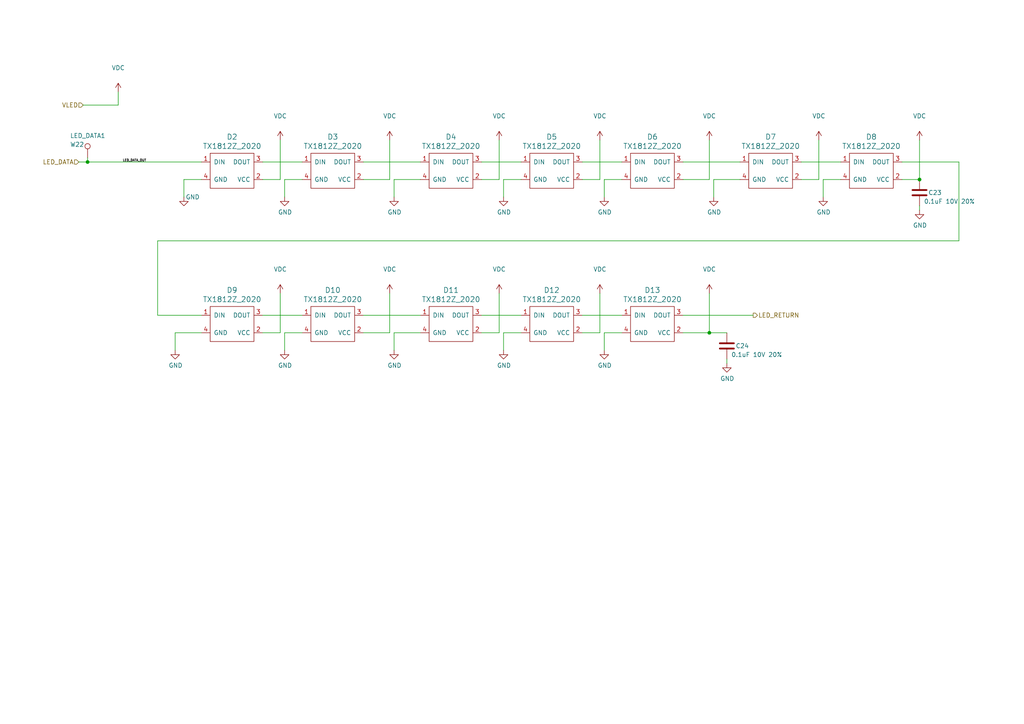
<source format=kicad_sch>
(kicad_sch (version 20230121) (generator eeschema)
  (paper "A4")
  (title_block (title "Pixels D20 Schematic, LEDs") (date "2020-04-13") (rev "2") (company "Systemic Games, LLC"))
  (lib_symbols
    (symbol "Device:C" (pin_numbers hide) (pin_names (offset 0.254))
      (property "Reference" "C" (at 0.635 2.54 0))
      (property "Value" "C" (at 0.635 -2.54 0))
      (symbol "C_0_1"
        (polyline (pts (xy -2.032 -0.762) (xy 2.032 -0.762)) (stroke (width 0.508)))
        (polyline (pts (xy -2.032 0.762) (xy 2.032 0.762)) (stroke (width 0.508)))
      )
      (symbol "C_1_1"
        (pin passive line (at 0 3.81 270) (length 2.794) (name "~") (number "1"))
        (pin passive line (at 0 -3.81 90) (length 2.794) (name "~") (number "2"))
      )
    )
    (symbol "Pixels-dice:TEST_1P-conn" (pin_numbers hide) (pin_names (offset 0.762) hide)
      (property "Reference" "W" (at 0 6.858 0))
      (property "Value" "TEST_1P-conn" (at 0 5.08 0))
      (symbol "TEST_1P-conn_0_1"
        (circle (center 0 3.302) (radius 0.762))
      )
      (symbol "TEST_1P-conn_1_1"
        (pin passive line (at 0 0 90) (length 2.54) (name "1") (number "1"))
      )
    )
    (symbol "Pixels-dice:TX1812Z_2020" (pin_names (offset 1.016))
      (property "Reference" "D" (at 0 -6.35 0))
      (property "Value" "TX1812Z_2020" (at 0 6.35 0))
      (symbol "TX1812Z_2020_0_1"
        (rectangle (start -6.35 5.08) (end 6.35 -5.08))
      )
      (symbol "TX1812Z_2020_1_1"
        (pin input line (at -8.89 2.54 0) (length 2.54) (name "DIN") (number "1"))
        (pin power_in line (at 8.89 -2.54 180) (length 2.54) (name "VCC") (number "2"))
        (pin output line (at 8.89 2.54 180) (length 2.54) (name "DOUT") (number "3"))
        (pin power_in line (at -8.89 -2.54 0) (length 2.54) (name "GND") (number "4"))
      )
    )
    (symbol "power:GND" (power) (pin_names (offset 0))
      (property "Value" "GND" (at 0 -3.81 0))
      (symbol "GND_0_1"
        (polyline (pts (xy 0 0) (xy 0 -1.27) (xy 1.27 -1.27) (xy 0 -2.54) (xy -1.27 -1.27) (xy 0 -1.27)))
      )
      (symbol "GND_1_1"
        (pin power_in line (at 0 0 270) (length 0) hide (name "GND") (number "1"))
      )
    )
    (symbol "power:VDC" (power) (pin_names (offset 0))
      (property "Value" "VDC" (at 0 6.35 0))
      (symbol "VDC_0_1"
        (polyline (pts (xy -0.762 1.27) (xy 0 2.54)))
        (polyline (pts (xy 0 0) (xy 0 2.54)))
        (polyline (pts (xy 0 2.54) (xy 0.762 1.27)))
      )
      (symbol "VDC_1_1"
        (pin power_in line (at 0 0 90) (length 0) hide (name "VDC") (number "1"))
      )
    )
  )
  (junction (at 205.74 96.52))
  (junction (at 25.4 46.99))
  (junction (at 266.7 52.07))
  (wire (pts (xy 76.2 91.44) (xy 87.63 91.44)))
  (wire (pts (xy 105.41 52.07) (xy 113.03 52.07)))
  (wire (pts (xy 278.13 69.85) (xy 45.72 69.85)))
  (wire (pts (xy 53.34 52.07) (xy 53.34 57.15)))
  (wire (pts (xy 207.01 52.07) (xy 207.01 57.15)))
  (wire (pts (xy 278.13 46.99) (xy 278.13 69.85)))
  (wire (pts (xy 81.28 85.09) (xy 81.28 96.52)))
  (wire (pts (xy 175.26 52.07) (xy 175.26 57.15)))
  (wire (pts (xy 205.74 96.52) (xy 210.82 96.52)))
  (wire (pts (xy 266.7 59.69) (xy 266.7 60.96)))
  (wire (pts (xy 205.74 40.64) (xy 205.74 52.07)))
  (wire (pts (xy 238.76 57.15) (xy 238.76 52.07)))
  (wire (pts (xy 175.26 96.52) (xy 175.26 101.6)))
  (wire (pts (xy 168.91 52.07) (xy 173.99 52.07)))
  (wire (pts (xy 232.41 52.07) (xy 237.49 52.07)))
  (wire (pts (xy 114.3 52.07) (xy 114.3 57.15)))
  (wire (pts (xy 175.26 96.52) (xy 180.34 96.52)))
  (wire (pts (xy 198.12 52.07) (xy 205.74 52.07)))
  (wire (pts (xy 210.82 104.14) (xy 210.82 105.41)))
  (wire (pts (xy 114.3 96.52) (xy 121.92 96.52)))
  (wire (pts (xy 25.4 45.72) (xy 25.4 46.99)))
  (wire (pts (xy 198.12 91.44) (xy 218.44 91.44)))
  (wire (pts (xy 146.05 96.52) (xy 151.13 96.52)))
  (wire (pts (xy 168.91 91.44) (xy 180.34 91.44)))
  (wire (pts (xy 76.2 46.99) (xy 87.63 46.99)))
  (wire (pts (xy 232.41 46.99) (xy 243.84 46.99)))
  (wire (pts (xy 50.8 96.52) (xy 58.42 96.52)))
  (wire (pts (xy 53.34 52.07) (xy 58.42 52.07)))
  (wire (pts (xy 45.72 69.85) (xy 45.72 91.44)))
  (wire (pts (xy 34.29 30.48) (xy 34.29 26.67)))
  (wire (pts (xy 105.41 91.44) (xy 121.92 91.44)))
  (wire (pts (xy 198.12 46.99) (xy 214.63 46.99)))
  (wire (pts (xy 139.7 96.52) (xy 144.78 96.52)))
  (wire (pts (xy 139.7 52.07) (xy 144.78 52.07)))
  (wire (pts (xy 266.7 40.64) (xy 266.7 52.07)))
  (wire (pts (xy 114.3 96.52) (xy 114.3 101.6)))
  (wire (pts (xy 25.4 46.99) (xy 58.42 46.99)))
  (wire (pts (xy 105.41 96.52) (xy 113.03 96.52)))
  (wire (pts (xy 146.05 57.15) (xy 146.05 52.07)))
  (wire (pts (xy 168.91 96.52) (xy 173.99 96.52)))
  (wire (pts (xy 113.03 40.64) (xy 113.03 52.07)))
  (wire (pts (xy 144.78 40.64) (xy 144.78 52.07)))
  (wire (pts (xy 261.62 52.07) (xy 266.7 52.07)))
  (wire (pts (xy 139.7 46.99) (xy 151.13 46.99)))
  (wire (pts (xy 82.55 52.07) (xy 87.63 52.07)))
  (wire (pts (xy 105.41 46.99) (xy 121.92 46.99)))
  (wire (pts (xy 205.74 85.09) (xy 205.74 96.52)))
  (wire (pts (xy 114.3 52.07) (xy 121.92 52.07)))
  (wire (pts (xy 139.7 91.44) (xy 151.13 91.44)))
  (wire (pts (xy 45.72 91.44) (xy 58.42 91.44)))
  (wire (pts (xy 175.26 52.07) (xy 180.34 52.07)))
  (wire (pts (xy 146.05 52.07) (xy 151.13 52.07)))
  (wire (pts (xy 173.99 85.09) (xy 173.99 96.52)))
  (wire (pts (xy 168.91 46.99) (xy 180.34 46.99)))
  (wire (pts (xy 22.86 46.99) (xy 25.4 46.99)))
  (wire (pts (xy 76.2 52.07) (xy 81.28 52.07)))
  (wire (pts (xy 237.49 40.64) (xy 237.49 52.07)))
  (wire (pts (xy 113.03 85.09) (xy 113.03 96.52)))
  (wire (pts (xy 173.99 40.64) (xy 173.99 52.07)))
  (wire (pts (xy 261.62 46.99) (xy 278.13 46.99)))
  (wire (pts (xy 198.12 96.52) (xy 205.74 96.52)))
  (wire (pts (xy 81.28 40.64) (xy 81.28 52.07)))
  (wire (pts (xy 82.55 101.6) (xy 82.55 96.52)))
  (wire (pts (xy 207.01 52.07) (xy 214.63 52.07)))
  (wire (pts (xy 146.05 101.6) (xy 146.05 96.52)))
  (wire (pts (xy 24.13 30.48) (xy 34.29 30.48)))
  (wire (pts (xy 82.55 57.15) (xy 82.55 52.07)))
  (wire (pts (xy 82.55 96.52) (xy 87.63 96.52)))
  (wire (pts (xy 238.76 52.07) (xy 243.84 52.07)))
  (wire (pts (xy 76.2 96.52) (xy 81.28 96.52)))
  (wire (pts (xy 50.8 96.52) (xy 50.8 101.6)))
  (wire (pts (xy 144.78 85.09) (xy 144.78 96.52)))
  (label "LED_DATA_OUT" (at 35.56 46.99 0) (effects (font (size 0.635 0.635))))
  (hierarchical_label "LED_DATA" (shape input) (at 22.86 46.99 180))
  (hierarchical_label "LED_RETURN" (shape output) (at 218.44 91.44 0))
  (hierarchical_label "VLED" (shape input) (at 24.13 30.48 180))
  (symbol (lib_id "Pixels-dice:TEST_1P-conn") (at 25.4 45.72 0) (unit 1)
    (property "Reference" "W22" (at 20.32 41.91 0) (effects (justify left)))
    (property "Value" "LED_DATA1" (at 20.32 39.37 0) (effects (justify left)))
    (property "Footprint" "Pixels-dice:TEST_PIN" (effects hide))
    (property "Generic OK" "N/A" (effects hide))
  )
  (symbol (lib_id "power:VDC") (at 34.29 26.67 0) (unit 1)
    (property "Reference" "#PWR0102" (effects hide))
    (property "Value" "VDC" (at 34.29 19.685 0))
  )
  (symbol (lib_id "power:VDC") (at 81.28 40.64 0) (unit 1)
    (property "Reference" "#PWR0103" (effects hide))
    (property "Value" "VDC" (at 81.28 33.655 0))
  )
  (symbol (lib_id "power:VDC") (at 113.03 40.64 0) (unit 1)
    (property "Reference" "#PWR0104" (effects hide))
    (property "Value" "VDC" (at 113.03 33.655 0))
  )
  (symbol (lib_id "power:GND") (at 53.34 57.15 0) (unit 1)
    (property "Reference" "#PWR0105" (effects hide))
    (property "Value" "GND" (at 55.88 57.15 0))
  )
  (symbol (lib_id "power:GND") (at 82.55 57.15 0) (unit 1)
    (property "Reference" "#PWR0106" (effects hide))
    (property "Value" "GND" (at 82.677 61.5442 0))
  )
  (symbol (lib_id "power:VDC") (at 144.78 40.64 0) (unit 1)
    (property "Reference" "#PWR0107" (effects hide))
    (property "Value" "VDC" (at 144.78 33.655 0))
  )
  (symbol (lib_id "power:VDC") (at 173.99 40.64 0) (unit 1)
    (property "Reference" "#PWR0108" (effects hide))
    (property "Value" "VDC" (at 173.99 33.655 0))
  )
  (symbol (lib_id "power:GND") (at 114.3 57.15 0) (unit 1)
    (property "Reference" "#PWR0109" (effects hide))
    (property "Value" "GND" (at 114.427 61.5442 0))
  )
  (symbol (lib_id "power:GND") (at 146.05 57.15 0) (unit 1)
    (property "Reference" "#PWR0110" (effects hide))
    (property "Value" "GND" (at 146.177 61.5442 0))
  )
  (symbol (lib_id "power:VDC") (at 205.74 40.64 0) (unit 1)
    (property "Reference" "#PWR0111" (effects hide))
    (property "Value" "VDC" (at 205.74 33.655 0))
  )
  (symbol (lib_id "power:VDC") (at 237.49 40.64 0) (unit 1)
    (property "Reference" "#PWR0112" (effects hide))
    (property "Value" "VDC" (at 237.49 33.655 0))
  )
  (symbol (lib_id "power:VDC") (at 266.7 40.64 0) (unit 1)
    (property "Reference" "#PWR0113" (effects hide))
    (property "Value" "VDC" (at 266.7 33.655 0))
  )
  (symbol (lib_id "power:GND") (at 207.01 57.15 0) (unit 1)
    (property "Reference" "#PWR0114" (effects hide))
    (property "Value" "GND" (at 207.137 61.5442 0))
  )
  (symbol (lib_id "power:GND") (at 238.76 57.15 0) (unit 1)
    (property "Reference" "#PWR0115" (effects hide))
    (property "Value" "GND" (at 238.887 61.5442 0))
  )
  (symbol (lib_id "power:GND") (at 175.26 57.15 0) (unit 1)
    (property "Reference" "#PWR0116" (effects hide))
    (property "Value" "GND" (at 175.387 61.5442 0))
  )
  (symbol (lib_id "power:VDC") (at 81.28 85.09 0) (unit 1)
    (property "Reference" "#PWR0117" (effects hide))
    (property "Value" "VDC" (at 81.28 78.105 0))
  )
  (symbol (lib_id "power:VDC") (at 113.03 85.09 0) (unit 1)
    (property "Reference" "#PWR0118" (effects hide))
    (property "Value" "VDC" (at 113.03 78.105 0))
  )
  (symbol (lib_id "power:GND") (at 50.8 101.6 0) (unit 1)
    (property "Reference" "#PWR0119" (effects hide))
    (property "Value" "GND" (at 50.927 105.9942 0))
  )
  (symbol (lib_id "power:GND") (at 82.55 101.6 0) (unit 1)
    (property "Reference" "#PWR0120" (effects hide))
    (property "Value" "GND" (at 82.677 105.9942 0))
  )
  (symbol (lib_id "power:VDC") (at 144.78 85.09 0) (unit 1)
    (property "Reference" "#PWR019" (effects hide))
    (property "Value" "VDC" (at 144.78 78.105 0))
  )
  (symbol (lib_id "power:VDC") (at 173.99 85.09 0) (unit 1)
    (property "Reference" "#PWR0121" (effects hide))
    (property "Value" "VDC" (at 173.99 78.105 0))
  )
  (symbol (lib_id "power:GND") (at 114.3 101.6 0) (unit 1)
    (property "Reference" "#PWR0122" (effects hide))
    (property "Value" "GND" (at 114.427 105.9942 0))
  )
  (symbol (lib_id "power:GND") (at 146.05 101.6 0) (unit 1)
    (property "Reference" "#PWR0123" (effects hide))
    (property "Value" "GND" (at 146.177 105.9942 0))
  )
  (symbol (lib_id "power:VDC") (at 205.74 85.09 0) (unit 1)
    (property "Reference" "#PWR0124" (effects hide))
    (property "Value" "VDC" (at 205.74 78.105 0))
  )
  (symbol (lib_id "power:GND") (at 175.26 101.6 0) (unit 1)
    (property "Reference" "#PWR0129" (effects hide))
    (property "Value" "GND" (at 175.387 105.9942 0))
  )
  (symbol (lib_id "Device:C") (at 266.7 55.88 0) (unit 1)
    (property "Reference" "C23" (at 269.24 55.88 0) (effects (justify left)))
    (property "Value" "0.1uF 10V 20%" (at 267.97 58.42 0) (effects (justify left)))
    (property "Footprint" "Pixels-dice:C_0402_1005Metric" (effects hide))
    (property "Generic OK" "YES" (effects hide))
    (property "Pixels Part Number" "SMD-C005" (effects hide))
    (property "Manufacturer" "Murata" (effects hide))
    (property "Manufacturer Part Number" "GRM155R61H104KE19D" (effects hide))
  )
  (symbol (lib_id "power:GND") (at 266.7 60.96 0) (unit 1)
    (property "Reference" "#PWR0140" (effects hide))
    (property "Value" "GND" (at 266.827 65.3542 0))
  )
  (symbol (lib_id "Device:C") (at 210.82 100.33 0) (unit 1)
    (property "Reference" "C24" (at 213.36 100.33 0) (effects (justify left)))
    (property "Value" "0.1uF 10V 20%" (at 212.09 102.87 0) (effects (justify left)))
    (property "Footprint" "Pixels-dice:C_0402_1005Metric" (effects hide))
    (property "Generic OK" "YES" (effects hide))
    (property "Pixels Part Number" "SMD-C005" (effects hide))
    (property "Manufacturer" "Murata" (effects hide))
    (property "Manufacturer Part Number" "GRM155R61H104KE19D" (effects hide))
  )
  (symbol (lib_id "power:GND") (at 210.82 105.41 0) (unit 1)
    (property "Reference" "#PWR0141" (effects hide))
    (property "Value" "GND" (at 210.947 109.8042 0))
  )
  (symbol (lib_id "Pixels-dice:TX1812Z_2020") (at 67.31 49.53 0) (unit 1)
    (property "Reference" "D2" (at 67.31 39.7002 0) (effects (font (size 1.524 1.524))))
    (property "Value" "TX1812Z_2020" (at 67.31 42.3926 0) (effects (font (size 1.524 1.524))))
    (property "Footprint" "Pixels-dice:TX1812Z_2020" (effects hide))
    (property "Manufacturer" "TCWIN" (effects hide))
    (property "Manufacturer Part Number" "TX1812Z 2020" (effects hide))
    (property "Pixels Part Number" "SMD-D002-ALT2" (effects hide))
    (property "Generic OK" "NO" (effects hide))
  )
  (symbol (lib_id "Pixels-dice:TX1812Z_2020") (at 96.52 49.53 0) (unit 1)
    (property "Reference" "D3" (at 96.52 39.7002 0) (effects (font (size 1.524 1.524))))
    (property "Value" "TX1812Z_2020" (at 96.52 42.3926 0) (effects (font (size 1.524 1.524))))
    (property "Footprint" "Pixels-dice:TX1812Z_2020" (effects hide))
    (property "Manufacturer" "TCWIN" (effects hide))
    (property "Manufacturer Part Number" "TX1812Z 2020" (effects hide))
    (property "Pixels Part Number" "SMD-D002-ALT2" (effects hide))
    (property "Generic OK" "NO" (effects hide))
  )
  (symbol (lib_id "Pixels-dice:TX1812Z_2020") (at 130.81 49.53 0) (unit 1)
    (property "Reference" "D4" (at 130.81 39.7002 0) (effects (font (size 1.524 1.524))))
    (property "Value" "TX1812Z_2020" (at 130.81 42.3926 0) (effects (font (size 1.524 1.524))))
    (property "Footprint" "Pixels-dice:TX1812Z_2020" (effects hide))
    (property "Manufacturer" "TCWIN" (effects hide))
    (property "Manufacturer Part Number" "TX1812Z 2020" (effects hide))
    (property "Pixels Part Number" "SMD-D002-ALT2" (effects hide))
    (property "Generic OK" "NO" (effects hide))
  )
  (symbol (lib_id "Pixels-dice:TX1812Z_2020") (at 160.02 49.53 0) (unit 1)
    (property "Reference" "D5" (at 160.02 39.7002 0) (effects (font (size 1.524 1.524))))
    (property "Value" "TX1812Z_2020" (at 160.02 42.3926 0) (effects (font (size 1.524 1.524))))
    (property "Footprint" "Pixels-dice:TX1812Z_2020" (effects hide))
    (property "Manufacturer" "TCWIN" (effects hide))
    (property "Manufacturer Part Number" "TX1812Z 2020" (effects hide))
    (property "Pixels Part Number" "SMD-D002-ALT2" (effects hide))
    (property "Generic OK" "NO" (effects hide))
  )
  (symbol (lib_id "Pixels-dice:TX1812Z_2020") (at 189.23 49.53 0) (unit 1)
    (property "Reference" "D6" (at 189.23 39.7002 0) (effects (font (size 1.524 1.524))))
    (property "Value" "TX1812Z_2020" (at 189.23 42.3926 0) (effects (font (size 1.524 1.524))))
    (property "Footprint" "Pixels-dice:TX1812Z_2020" (effects hide))
    (property "Manufacturer" "TCWIN" (effects hide))
    (property "Manufacturer Part Number" "TX1812Z 2020" (effects hide))
    (property "Pixels Part Number" "SMD-D002-ALT2" (effects hide))
    (property "Generic OK" "NO" (effects hide))
  )
  (symbol (lib_id "Pixels-dice:TX1812Z_2020") (at 223.52 49.53 0) (unit 1)
    (property "Reference" "D7" (at 223.52 39.7002 0) (effects (font (size 1.524 1.524))))
    (property "Value" "TX1812Z_2020" (at 223.52 42.3926 0) (effects (font (size 1.524 1.524))))
    (property "Footprint" "Pixels-dice:TX1812Z_2020" (effects hide))
    (property "Manufacturer" "TCWIN" (effects hide))
    (property "Manufacturer Part Number" "TX1812Z 2020" (effects hide))
    (property "Pixels Part Number" "SMD-D002-ALT2" (effects hide))
    (property "Generic OK" "NO" (effects hide))
  )
  (symbol (lib_id "Pixels-dice:TX1812Z_2020") (at 252.73 49.53 0) (unit 1)
    (property "Reference" "D8" (at 252.73 39.7002 0) (effects (font (size 1.524 1.524))))
    (property "Value" "TX1812Z_2020" (at 252.73 42.3926 0) (effects (font (size 1.524 1.524))))
    (property "Footprint" "Pixels-dice:TX1812Z_2020" (effects hide))
    (property "Manufacturer" "TCWIN" (effects hide))
    (property "Manufacturer Part Number" "TX1812Z 2020" (effects hide))
    (property "Pixels Part Number" "SMD-D002-ALT2" (effects hide))
    (property "Generic OK" "NO" (effects hide))
  )
  (symbol (lib_id "Pixels-dice:TX1812Z_2020") (at 67.31 93.98 0) (unit 1)
    (property "Reference" "D9" (at 67.31 84.1502 0) (effects (font (size 1.524 1.524))))
    (property "Value" "TX1812Z_2020" (at 67.31 86.8426 0) (effects (font (size 1.524 1.524))))
    (property "Footprint" "Pixels-dice:TX1812Z_2020" (effects hide))
    (property "Manufacturer" "TCWIN" (effects hide))
    (property "Manufacturer Part Number" "TX1812Z 2020" (effects hide))
    (property "Pixels Part Number" "SMD-D002-ALT2" (effects hide))
    (property "Generic OK" "NO" (effects hide))
  )
  (symbol (lib_id "Pixels-dice:TX1812Z_2020") (at 96.52 93.98 0) (unit 1)
    (property "Reference" "D10" (at 96.52 84.1502 0) (effects (font (size 1.524 1.524))))
    (property "Value" "TX1812Z_2020" (at 96.52 86.8426 0) (effects (font (size 1.524 1.524))))
    (property "Footprint" "Pixels-dice:TX1812Z_2020" (effects hide))
    (property "Manufacturer" "TCWIN" (effects hide))
    (property "Manufacturer Part Number" "TX1812Z 2020" (effects hide))
    (property "Pixels Part Number" "SMD-D002-ALT2" (effects hide))
    (property "Generic OK" "NO" (effects hide))
  )
  (symbol (lib_id "Pixels-dice:TX1812Z_2020") (at 130.81 93.98 0) (unit 1)
    (property "Reference" "D11" (at 130.81 84.1502 0) (effects (font (size 1.524 1.524))))
    (property "Value" "TX1812Z_2020" (at 130.81 86.8426 0) (effects (font (size 1.524 1.524))))
    (property "Footprint" "Pixels-dice:TX1812Z_2020" (effects hide))
    (property "Manufacturer" "TCWIN" (effects hide))
    (property "Manufacturer Part Number" "TX1812Z 2020" (effects hide))
    (property "Pixels Part Number" "SMD-D002-ALT2" (effects hide))
    (property "Generic OK" "NO" (effects hide))
  )
  (symbol (lib_id "Pixels-dice:TX1812Z_2020") (at 160.02 93.98 0) (unit 1)
    (property "Reference" "D12" (at 160.02 84.1502 0) (effects (font (size 1.524 1.524))))
    (property "Value" "TX1812Z_2020" (at 160.02 86.8426 0) (effects (font (size 1.524 1.524))))
    (property "Footprint" "Pixels-dice:TX1812Z_2020" (effects hide))
    (property "Manufacturer" "TCWIN" (effects hide))
    (property "Manufacturer Part Number" "TX1812Z 2020" (effects hide))
    (property "Pixels Part Number" "SMD-D002-ALT2" (effects hide))
    (property "Generic OK" "NO" (effects hide))
  )
  (symbol (lib_id "Pixels-dice:TX1812Z_2020") (at 189.23 93.98 0) (unit 1)
    (property "Reference" "D13" (at 189.23 84.1502 0) (effects (font (size 1.524 1.524))))
    (property "Value" "TX1812Z_2020" (at 189.23 86.8426 0) (effects (font (size 1.524 1.524))))
    (property "Footprint" "Pixels-dice:TX1812Z_2020" (effects hide))
    (property "Manufacturer" "TCWIN" (effects hide))
    (property "Manufacturer Part Number" "TX1812Z 2020" (effects hide))
    (property "Pixels Part Number" "SMD-D002-ALT2" (effects hide))
    (property "Generic OK" "NO" (effects hide))
  )
)
</source>
